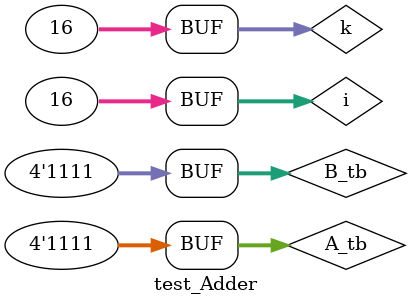
<source format=v>
`timescale 1ns / 1ps


module test_Adder;
    reg [3:0] A_tb;
    reg [3:0] B_tb;
    wire [3:0] S_tb;
    wire Cout_tb;


Adder kitty_poop(
    .A(A_tb),
    .B(B_tb),
    .S(S_tb),
    .Cout(Cout_tb)
    );
    
integer i, k;

initial begin


    for(i=0; i<16; i=i+1)
    begin
        #1A_tb = i;
        
        for(k=0; k<16; k=k+1)
        begin
            #1B_tb = k;
        end
    end
end

endmodule

</source>
